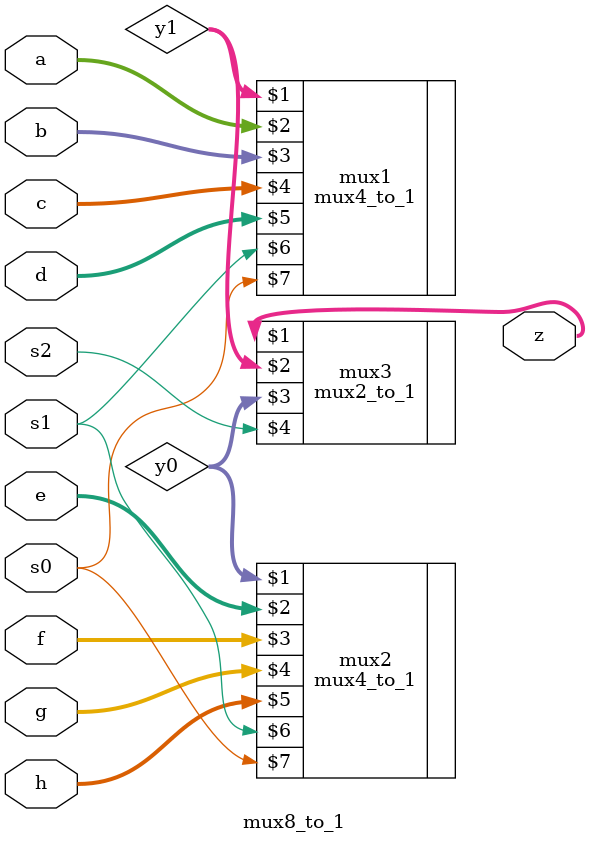
<source format=v>

module mux8_to_1(z, a, b, c, d, e, f, g, h, s2, s1, s0);

output [31:0] z;
input  [31:0] a;
input  [31:0] b;
input  [31:0] c;
input  [31:0] d;
input  [31:0] e;
input  [31:0] f;
input  [31:0] g;
input  [31:0] h;
input         s2;
input         s1;
input         s0;

wire [31:0] y1;
wire [31:0] y0;

mux4_to_1 mux1(y1, a, b, c, d, s1, s0);
mux4_to_1 mux2(y0, e, f, g, h, s1, s0);
mux2_to_1 mux3(z, y1, y0, s2);

endmodule

</source>
